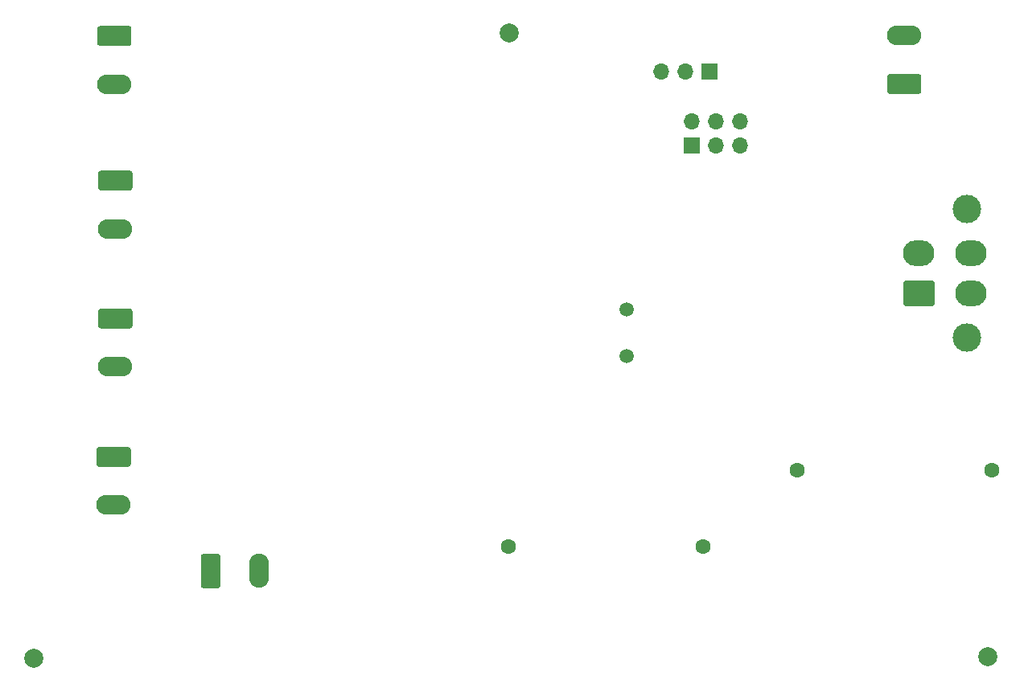
<source format=gbr>
%TF.GenerationSoftware,KiCad,Pcbnew,(5.1.7)-1*%
%TF.CreationDate,2021-05-19T20:23:41+02:00*%
%TF.ProjectId,PEE50-Schakeling,50454535-302d-4536-9368-616b656c696e,rev?*%
%TF.SameCoordinates,Original*%
%TF.FileFunction,Soldermask,Bot*%
%TF.FilePolarity,Negative*%
%FSLAX46Y46*%
G04 Gerber Fmt 4.6, Leading zero omitted, Abs format (unit mm)*
G04 Created by KiCad (PCBNEW (5.1.7)-1) date 2021-05-19 20:23:41*
%MOMM*%
%LPD*%
G01*
G04 APERTURE LIST*
%ADD10C,2.000000*%
%ADD11O,3.600000X2.080000*%
%ADD12R,1.700000X1.700000*%
%ADD13O,1.700000X1.700000*%
%ADD14C,1.500000*%
%ADD15O,2.080000X3.600000*%
%ADD16C,1.600200*%
%ADD17O,3.300000X2.700000*%
%ADD18C,3.000000*%
G04 APERTURE END LIST*
D10*
%TO.C,REF\u002A\u002A*%
X43073320Y-106057700D03*
%TD*%
%TO.C,REF\u002A\u002A*%
X93073220Y-40200580D03*
%TD*%
%TO.C,REF\u002A\u002A*%
X143510000Y-105895140D03*
%TD*%
D11*
%TO.C,J1*%
X51536400Y-45587200D03*
G36*
G01*
X49986399Y-39467200D02*
X53086401Y-39467200D01*
G75*
G02*
X53336400Y-39717199I0J-249999D01*
G01*
X53336400Y-41297201D01*
G75*
G02*
X53086401Y-41547200I-249999J0D01*
G01*
X49986399Y-41547200D01*
G75*
G02*
X49736400Y-41297201I0J249999D01*
G01*
X49736400Y-39717199D01*
G75*
G02*
X49986399Y-39467200I249999J0D01*
G01*
G37*
%TD*%
%TO.C,J2*%
X51638000Y-60827200D03*
G36*
G01*
X50087999Y-54707200D02*
X53188001Y-54707200D01*
G75*
G02*
X53438000Y-54957199I0J-249999D01*
G01*
X53438000Y-56537201D01*
G75*
G02*
X53188001Y-56787200I-249999J0D01*
G01*
X50087999Y-56787200D01*
G75*
G02*
X49838000Y-56537201I0J249999D01*
G01*
X49838000Y-54957199D01*
G75*
G02*
X50087999Y-54707200I249999J0D01*
G01*
G37*
%TD*%
%TO.C,J3*%
G36*
G01*
X50087999Y-69236000D02*
X53188001Y-69236000D01*
G75*
G02*
X53438000Y-69485999I0J-249999D01*
G01*
X53438000Y-71066001D01*
G75*
G02*
X53188001Y-71316000I-249999J0D01*
G01*
X50087999Y-71316000D01*
G75*
G02*
X49838000Y-71066001I0J249999D01*
G01*
X49838000Y-69485999D01*
G75*
G02*
X50087999Y-69236000I249999J0D01*
G01*
G37*
X51638000Y-75356000D03*
%TD*%
%TO.C,J4*%
G36*
G01*
X49935599Y-83815600D02*
X53035601Y-83815600D01*
G75*
G02*
X53285600Y-84065599I0J-249999D01*
G01*
X53285600Y-85645601D01*
G75*
G02*
X53035601Y-85895600I-249999J0D01*
G01*
X49935599Y-85895600D01*
G75*
G02*
X49685600Y-85645601I0J249999D01*
G01*
X49685600Y-84065599D01*
G75*
G02*
X49935599Y-83815600I249999J0D01*
G01*
G37*
X51485600Y-89935600D03*
%TD*%
D12*
%TO.C,J5*%
X112318800Y-52070000D03*
D13*
X112318800Y-49530000D03*
X114858800Y-52070000D03*
X114858800Y-49530000D03*
X117398800Y-52070000D03*
X117398800Y-49530000D03*
%TD*%
D12*
%TO.C,JP1*%
X114198400Y-44246800D03*
D13*
X111658400Y-44246800D03*
X109118400Y-44246800D03*
%TD*%
D14*
%TO.C,Y1*%
X105460800Y-74206100D03*
X105460800Y-69326100D03*
%TD*%
D15*
%TO.C,J7*%
X66758820Y-96875600D03*
G36*
G01*
X60638820Y-98425601D02*
X60638820Y-95325599D01*
G75*
G02*
X60888819Y-95075600I249999J0D01*
G01*
X62468821Y-95075600D01*
G75*
G02*
X62718820Y-95325599I0J-249999D01*
G01*
X62718820Y-98425601D01*
G75*
G02*
X62468821Y-98675600I-249999J0D01*
G01*
X60888819Y-98675600D01*
G75*
G02*
X60638820Y-98425601I0J249999D01*
G01*
G37*
%TD*%
D16*
%TO.C,BT1*%
X143913380Y-86217760D03*
X123413380Y-86217760D03*
%TD*%
%TO.C,J6*%
G36*
G01*
X137637979Y-68966180D02*
X134837981Y-68966180D01*
G75*
G02*
X134587980Y-68716179I0J250001D01*
G01*
X134587980Y-66516181D01*
G75*
G02*
X134837981Y-66266180I250001J0D01*
G01*
X137637979Y-66266180D01*
G75*
G02*
X137887980Y-66516181I0J-250001D01*
G01*
X137887980Y-68716179D01*
G75*
G02*
X137637979Y-68966180I-250001J0D01*
G01*
G37*
D17*
X136237980Y-63416180D03*
X141737980Y-67616180D03*
X141737980Y-63416180D03*
D18*
X141277980Y-72316180D03*
X141277980Y-58716180D03*
%TD*%
%TO.C,J8*%
G36*
G01*
X136236041Y-46602520D02*
X133136039Y-46602520D01*
G75*
G02*
X132886040Y-46352521I0J249999D01*
G01*
X132886040Y-44772519D01*
G75*
G02*
X133136039Y-44522520I249999J0D01*
G01*
X136236041Y-44522520D01*
G75*
G02*
X136486040Y-44772519I0J-249999D01*
G01*
X136486040Y-46352521D01*
G75*
G02*
X136236041Y-46602520I-249999J0D01*
G01*
G37*
D11*
X134686040Y-40482520D03*
%TD*%
D16*
%TO.C,BT2*%
X113524820Y-94333060D03*
X93024820Y-94333060D03*
%TD*%
M02*

</source>
